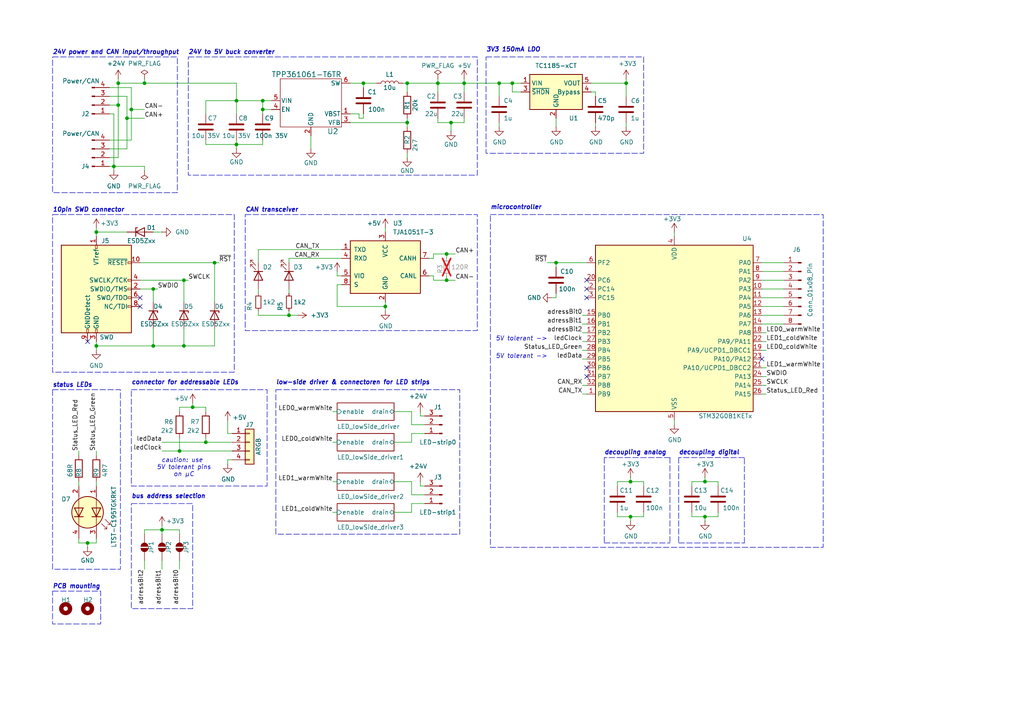
<source format=kicad_sch>
(kicad_sch (version 20231120) (generator "eeschema") (generator_version "8.0")
  (paper "A4")
  (junction (at 204.47 149.86))
  (junction (at 34.29 30.48))
  (junction (at 44.45 100.33))
  (junction (at 182.88 139.7))
  (junction (at 46.99 153.67))
  (junction (at 204.47 139.7))
  (junction (at 38.1 31.75))
  (junction (at 53.34 100.33))
  (junction (at 36.83 34.29))
  (junction (at 41.91 24.13))
  (junction (at 129.54 81.28))
  (junction (at 59.69 128.27))
  (junction (at 83.82 91.44))
  (junction (at 44.45 83.82))
  (junction (at 144.78 24.13))
  (junction (at 111.76 88.9))
  (junction (at 25.4 157.48))
  (junction (at 129.54 73.66))
  (junction (at 62.23 76.2))
  (junction (at 182.88 149.86))
  (junction (at 130.81 35.56))
  (junction (at 118.11 24.13))
  (junction (at 148.59 24.13))
  (junction (at 181.61 24.13))
  (junction (at 34.29 24.13))
  (junction (at 76.2 31.75))
  (junction (at 127 24.13))
  (junction (at 134.62 24.13))
  (junction (at 68.58 41.91))
  (junction (at 161.29 76.2))
  (junction (at 118.11 35.56))
  (junction (at 105.41 24.13))
  (junction (at 33.02 48.26))
  (junction (at 68.58 29.21))
  (junction (at 27.94 67.31))
  (junction (at 27.94 100.33))
  (junction (at 52.07 130.81))
  (junction (at 53.34 81.28))
  (junction (at 76.2 29.21))
  (junction (at 55.88 118.11))
  (no_connect (at 170.18 83.82))
  (no_connect (at 40.64 86.36))
  (no_connect (at 170.18 86.36))
  (no_connect (at 170.18 109.22))
  (no_connect (at 170.18 106.68))
  (no_connect (at 25.4 99.06))
  (no_connect (at 220.98 104.14))
  (no_connect (at 40.64 88.9))
  (no_connect (at 170.18 81.28))
  (wire (pts (xy 208.28 149.86) (xy 204.47 149.86)))
  (wire (pts (xy 220.98 109.22) (xy 222.25 109.22)))
  (wire (pts (xy 121.92 119.38) (xy 121.92 120.65)))
  (wire (pts (xy 161.29 77.47) (xy 161.29 76.2)))
  (wire (pts (xy 168.91 104.14) (xy 170.18 104.14)))
  (wire (pts (xy 220.98 76.2) (xy 227.33 76.2)))
  (wire (pts (xy 96.52 148.59) (xy 97.79 148.59)))
  (wire (pts (xy 74.93 90.17) (xy 74.93 91.44)))
  (wire (pts (xy 134.62 34.29) (xy 134.62 35.56)))
  (wire (pts (xy 59.69 128.27) (xy 67.31 128.27)))
  (wire (pts (xy 220.98 106.68) (xy 222.25 106.68)))
  (polyline (pts (xy 215.9 157.48) (xy 215.9 132.715)) (stroke (width 0) (type dash)))
  (wire (pts (xy 31.75 27.94) (xy 36.83 27.94)))
  (polyline (pts (xy 194.31 132.715) (xy 194.31 157.48)) (stroke (width 0) (type dash)))
  (wire (pts (xy 76.2 41.91) (xy 76.2 40.64)))
  (wire (pts (xy 220.98 88.9) (xy 227.33 88.9)))
  (wire (pts (xy 182.88 149.86) (xy 186.69 149.86)))
  (wire (pts (xy 83.82 83.82) (xy 83.82 85.09)))
  (wire (pts (xy 27.94 66.04) (xy 27.94 67.31)))
  (wire (pts (xy 36.83 34.29) (xy 41.91 34.29)))
  (wire (pts (xy 83.82 74.93) (xy 99.06 74.93)))
  (wire (pts (xy 168.91 96.52) (xy 170.18 96.52)))
  (wire (pts (xy 97.79 88.9) (xy 97.79 82.55)))
  (wire (pts (xy 33.02 33.02) (xy 31.75 33.02)))
  (wire (pts (xy 44.45 83.82) (xy 44.45 87.63)))
  (wire (pts (xy 172.72 26.67) (xy 171.45 26.67)))
  (wire (pts (xy 59.69 128.27) (xy 46.99 128.27)))
  (wire (pts (xy 46.99 162.56) (xy 46.99 165.1)))
  (wire (pts (xy 66.04 125.73) (xy 67.31 125.73)))
  (wire (pts (xy 134.62 24.13) (xy 134.62 26.67)))
  (wire (pts (xy 182.88 149.86) (xy 182.88 151.13)))
  (wire (pts (xy 33.02 48.26) (xy 33.02 49.53)))
  (wire (pts (xy 27.94 130.81) (xy 27.94 132.08)))
  (wire (pts (xy 52.07 118.11) (xy 52.07 119.38)))
  (wire (pts (xy 62.23 100.33) (xy 62.23 95.25)))
  (wire (pts (xy 68.58 24.13) (xy 68.58 29.21)))
  (wire (pts (xy 31.75 48.26) (xy 33.02 48.26)))
  (wire (pts (xy 119.38 128.27) (xy 119.38 125.73)))
  (wire (pts (xy 161.29 85.09) (xy 161.29 86.36)))
  (wire (pts (xy 121.92 120.65) (xy 123.19 120.65)))
  (wire (pts (xy 204.47 149.86) (xy 204.47 151.13)))
  (wire (pts (xy 182.88 139.7) (xy 186.69 139.7)))
  (wire (pts (xy 129.54 73.66) (xy 132.08 73.66)))
  (wire (pts (xy 114.3 119.38) (xy 119.38 119.38)))
  (wire (pts (xy 220.98 114.3) (xy 222.25 114.3)))
  (wire (pts (xy 27.94 99.06) (xy 27.94 100.33)))
  (wire (pts (xy 114.3 148.59) (xy 119.38 148.59)))
  (wire (pts (xy 111.76 88.9) (xy 111.76 90.17)))
  (wire (pts (xy 104.14 33.02) (xy 101.6 33.02)))
  (wire (pts (xy 68.58 40.64) (xy 68.58 41.91)))
  (wire (pts (xy 44.45 100.33) (xy 53.34 100.33)))
  (wire (pts (xy 148.59 24.13) (xy 148.59 26.67)))
  (wire (pts (xy 59.69 119.38) (xy 59.69 118.11)))
  (wire (pts (xy 74.93 72.39) (xy 74.93 76.2)))
  (wire (pts (xy 124.46 80.01) (xy 125.73 80.01)))
  (wire (pts (xy 220.98 99.06) (xy 222.25 99.06)))
  (wire (pts (xy 53.34 95.25) (xy 53.34 100.33)))
  (wire (pts (xy 179.07 139.7) (xy 179.07 140.97)))
  (wire (pts (xy 52.07 127) (xy 52.07 130.81)))
  (wire (pts (xy 172.72 27.94) (xy 172.72 26.67)))
  (wire (pts (xy 200.66 149.86) (xy 204.47 149.86)))
  (wire (pts (xy 76.2 33.02) (xy 76.2 31.75)))
  (wire (pts (xy 220.98 81.28) (xy 227.33 81.28)))
  (wire (pts (xy 179.07 139.7) (xy 182.88 139.7)))
  (wire (pts (xy 31.75 43.18) (xy 36.83 43.18)))
  (wire (pts (xy 200.66 140.97) (xy 200.66 139.7)))
  (wire (pts (xy 46.99 153.67) (xy 52.07 153.67)))
  (wire (pts (xy 34.29 45.72) (xy 34.29 30.48)))
  (wire (pts (xy 68.58 29.21) (xy 59.69 29.21)))
  (wire (pts (xy 182.88 139.7) (xy 182.88 138.43)))
  (wire (pts (xy 27.94 100.33) (xy 44.45 100.33)))
  (wire (pts (xy 22.86 156.21) (xy 22.86 157.48)))
  (wire (pts (xy 90.17 39.37) (xy 90.17 43.18)))
  (wire (pts (xy 160.02 86.36) (xy 161.29 86.36)))
  (polyline (pts (xy 196.85 132.715) (xy 196.85 157.48)) (stroke (width 0) (type dash)))
  (wire (pts (xy 111.76 66.04) (xy 111.76 67.31)))
  (wire (pts (xy 204.47 139.7) (xy 208.28 139.7)))
  (wire (pts (xy 52.07 130.81) (xy 67.31 130.81)))
  (wire (pts (xy 68.58 41.91) (xy 76.2 41.91)))
  (wire (pts (xy 208.28 140.97) (xy 208.28 139.7)))
  (wire (pts (xy 34.29 30.48) (xy 31.75 30.48)))
  (wire (pts (xy 34.29 22.86) (xy 34.29 24.13)))
  (wire (pts (xy 130.81 35.56) (xy 127 35.56)))
  (wire (pts (xy 220.98 96.52) (xy 222.25 96.52)))
  (wire (pts (xy 181.61 24.13) (xy 181.61 22.86)))
  (wire (pts (xy 27.94 139.7) (xy 27.94 140.97)))
  (wire (pts (xy 36.83 67.31) (xy 27.94 67.31)))
  (wire (pts (xy 119.38 146.05) (xy 123.19 146.05)))
  (wire (pts (xy 52.07 153.67) (xy 52.07 154.94)))
  (wire (pts (xy 76.2 31.75) (xy 78.74 31.75)))
  (wire (pts (xy 36.83 27.94) (xy 36.83 34.29)))
  (wire (pts (xy 68.58 41.91) (xy 68.58 43.18)))
  (wire (pts (xy 181.61 27.94) (xy 181.61 24.13)))
  (wire (pts (xy 208.28 148.59) (xy 208.28 149.86)))
  (wire (pts (xy 55.88 116.84) (xy 55.88 118.11)))
  (wire (pts (xy 144.78 24.13) (xy 144.78 27.94)))
  (wire (pts (xy 31.75 40.64) (xy 38.1 40.64)))
  (wire (pts (xy 38.1 25.4) (xy 38.1 31.75)))
  (wire (pts (xy 53.34 100.33) (xy 62.23 100.33)))
  (wire (pts (xy 74.93 83.82) (xy 74.93 85.09)))
  (wire (pts (xy 118.11 34.29) (xy 118.11 35.56)))
  (wire (pts (xy 34.29 24.13) (xy 41.91 24.13)))
  (wire (pts (xy 119.38 143.51) (xy 123.19 143.51)))
  (wire (pts (xy 220.98 78.74) (xy 227.33 78.74)))
  (wire (pts (xy 52.07 130.81) (xy 46.99 130.81)))
  (wire (pts (xy 22.86 139.7) (xy 22.86 140.97)))
  (wire (pts (xy 179.07 149.86) (xy 182.88 149.86)))
  (wire (pts (xy 220.98 83.82) (xy 227.33 83.82)))
  (wire (pts (xy 53.34 81.28) (xy 54.61 81.28)))
  (wire (pts (xy 127 22.86) (xy 127 24.13)))
  (wire (pts (xy 97.79 82.55) (xy 99.06 82.55)))
  (wire (pts (xy 127 35.56) (xy 127 34.29)))
  (wire (pts (xy 74.93 91.44) (xy 83.82 91.44)))
  (wire (pts (xy 129.54 81.28) (xy 132.08 81.28)))
  (wire (pts (xy 119.38 139.7) (xy 119.38 143.51)))
  (wire (pts (xy 118.11 24.13) (xy 118.11 26.67)))
  (wire (pts (xy 161.29 34.29) (xy 161.29 36.83)))
  (wire (pts (xy 27.94 100.33) (xy 27.94 101.6)))
  (wire (pts (xy 44.45 100.33) (xy 44.45 95.25)))
  (wire (pts (xy 125.73 74.93) (xy 125.73 73.66)))
  (wire (pts (xy 127 24.13) (xy 127 26.67)))
  (wire (pts (xy 105.41 34.29) (xy 104.14 34.29)))
  (wire (pts (xy 151.13 26.67) (xy 148.59 26.67)))
  (wire (pts (xy 134.62 22.86) (xy 134.62 24.13)))
  (polyline (pts (xy 194.31 132.715) (xy 175.26 132.715)) (stroke (width 0) (type dash)))
  (wire (pts (xy 125.73 73.66) (xy 129.54 73.66)))
  (wire (pts (xy 99.06 80.01) (xy 97.79 80.01)))
  (wire (pts (xy 220.98 86.36) (xy 227.33 86.36)))
  (polyline (pts (xy 196.85 157.48) (xy 215.9 157.48)) (stroke (width 0) (type dash)))
  (wire (pts (xy 76.2 29.21) (xy 76.2 31.75)))
  (wire (pts (xy 129.54 73.66) (xy 129.54 74.93)))
  (wire (pts (xy 168.91 93.98) (xy 170.18 93.98)))
  (wire (pts (xy 52.07 162.56) (xy 52.07 165.1)))
  (wire (pts (xy 41.91 162.56) (xy 41.91 165.1)))
  (wire (pts (xy 220.98 93.98) (xy 227.33 93.98)))
  (wire (pts (xy 161.29 76.2) (xy 170.18 76.2)))
  (wire (pts (xy 186.69 149.86) (xy 186.69 148.59)))
  (wire (pts (xy 121.92 139.7) (xy 121.92 140.97)))
  (wire (pts (xy 200.66 149.86) (xy 200.66 148.59)))
  (wire (pts (xy 96.52 139.7) (xy 97.79 139.7)))
  (wire (pts (xy 83.82 90.17) (xy 83.82 91.44)))
  (wire (pts (xy 101.6 35.56) (xy 118.11 35.56)))
  (wire (pts (xy 40.64 76.2) (xy 62.23 76.2)))
  (wire (pts (xy 66.04 133.35) (xy 66.04 134.62)))
  (wire (pts (xy 41.91 154.94) (xy 41.91 153.67)))
  (wire (pts (xy 31.75 45.72) (xy 34.29 45.72)))
  (wire (pts (xy 114.3 139.7) (xy 119.38 139.7)))
  (wire (pts (xy 33.02 33.02) (xy 33.02 48.26)))
  (wire (pts (xy 68.58 29.21) (xy 76.2 29.21)))
  (polyline (pts (xy 175.26 132.715) (xy 175.26 157.48)) (stroke (width 0) (type dash)))
  (wire (pts (xy 168.91 101.6) (xy 170.18 101.6)))
  (wire (pts (xy 111.76 88.9) (xy 97.79 88.9)))
  (wire (pts (xy 125.73 81.28) (xy 129.54 81.28)))
  (wire (pts (xy 97.79 78.74) (xy 97.79 80.01)))
  (wire (pts (xy 41.91 48.26) (xy 41.91 49.53)))
  (wire (pts (xy 168.91 114.3) (xy 170.18 114.3)))
  (wire (pts (xy 40.64 83.82) (xy 44.45 83.82)))
  (wire (pts (xy 105.41 24.13) (xy 109.22 24.13)))
  (wire (pts (xy 62.23 76.2) (xy 62.23 87.63)))
  (wire (pts (xy 46.99 152.4) (xy 46.99 153.67)))
  (wire (pts (xy 96.52 128.27) (xy 97.79 128.27)))
  (wire (pts (xy 66.04 133.35) (xy 67.31 133.35)))
  (wire (pts (xy 168.91 111.76) (xy 170.18 111.76)))
  (wire (pts (xy 105.41 33.02) (xy 105.41 34.29)))
  (wire (pts (xy 105.41 24.13) (xy 105.41 25.4)))
  (wire (pts (xy 34.29 24.13) (xy 34.29 30.48)))
  (wire (pts (xy 25.4 157.48) (xy 27.94 157.48)))
  (wire (pts (xy 220.98 111.76) (xy 222.25 111.76)))
  (wire (pts (xy 134.62 24.13) (xy 144.78 24.13)))
  (wire (pts (xy 59.69 29.21) (xy 59.69 33.02)))
  (wire (pts (xy 44.45 83.82) (xy 45.72 83.82)))
  (wire (pts (xy 220.98 91.44) (xy 227.33 91.44)))
  (wire (pts (xy 114.3 128.27) (xy 119.38 128.27)))
  (wire (pts (xy 186.69 139.7) (xy 186.69 140.97)))
  (wire (pts (xy 168.91 99.06) (xy 170.18 99.06)))
  (wire (pts (xy 96.52 119.38) (xy 97.79 119.38)))
  (wire (pts (xy 76.2 29.21) (xy 78.74 29.21)))
  (wire (pts (xy 123.19 140.97) (xy 121.92 140.97)))
  (wire (pts (xy 119.38 119.38) (xy 119.38 123.19)))
  (wire (pts (xy 55.88 118.11) (xy 52.07 118.11)))
  (wire (pts (xy 59.69 41.91) (xy 59.69 40.64)))
  (wire (pts (xy 62.23 76.2) (xy 63.5 76.2)))
  (wire (pts (xy 101.6 24.13) (xy 105.41 24.13)))
  (wire (pts (xy 118.11 45.72) (xy 118.11 44.45)))
  (wire (pts (xy 111.76 87.63) (xy 111.76 88.9)))
  (wire (pts (xy 118.11 35.56) (xy 118.11 36.83)))
  (wire (pts (xy 118.11 24.13) (xy 127 24.13)))
  (wire (pts (xy 22.86 157.48) (xy 25.4 157.48)))
  (wire (pts (xy 130.81 38.1) (xy 130.81 35.56)))
  (wire (pts (xy 119.38 148.59) (xy 119.38 146.05)))
  (wire (pts (xy 83.82 76.2) (xy 83.82 74.93)))
  (polyline (pts (xy 175.26 157.48) (xy 194.31 157.48)) (stroke (width 0) (type dash)))
  (wire (pts (xy 129.54 80.01) (xy 129.54 81.28)))
  (wire (pts (xy 36.83 43.18) (xy 36.83 34.29)))
  (wire (pts (xy 127 24.13) (xy 134.62 24.13)))
  (wire (pts (xy 40.64 81.28) (xy 53.34 81.28)))
  (wire (pts (xy 200.66 139.7) (xy 204.47 139.7)))
  (wire (pts (xy 41.91 24.13) (xy 68.58 24.13)))
  (wire (pts (xy 125.73 80.01) (xy 125.73 81.28)))
  (wire (pts (xy 168.91 91.44) (xy 170.18 91.44)))
  (wire (pts (xy 46.99 67.31) (xy 44.45 67.31)))
  (wire (pts (xy 41.91 153.67) (xy 46.99 153.67)))
  (wire (pts (xy 116.84 24.13) (xy 118.11 24.13)))
  (wire (pts (xy 53.34 81.28) (xy 53.34 87.63)))
  (wire (pts (xy 148.59 24.13) (xy 151.13 24.13)))
  (wire (pts (xy 172.72 35.56) (xy 172.72 36.83)))
  (wire (pts (xy 68.58 29.21) (xy 68.58 33.02)))
  (wire (pts (xy 38.1 31.75) (xy 41.91 31.75)))
  (wire (pts (xy 83.82 91.44) (xy 86.36 91.44)))
  (wire (pts (xy 104.14 34.29) (xy 104.14 33.02)))
  (wire (pts (xy 144.78 24.13) (xy 148.59 24.13)))
  (wire (pts (xy 74.93 72.39) (xy 99.06 72.39)))
  (wire (pts (xy 55.88 118.11) (xy 59.69 118.11)))
  (wire (pts (xy 144.78 36.83) (xy 144.78 35.56)))
  (wire (pts (xy 59.69 127) (xy 59.69 128.27)))
  (wire (pts (xy 171.45 24.13) (xy 181.61 24.13)))
  (wire (pts (xy 66.04 121.92) (xy 66.04 125.73)))
  (wire (pts (xy 119.38 123.19) (xy 123.19 123.19)))
  (wire (pts (xy 158.75 76.2) (xy 161.29 76.2)))
  (wire (pts (xy 33.02 48.26) (xy 41.91 48.26)))
  (wire (pts (xy 134.62 35.56) (xy 130.81 35.56)))
  (wire (pts (xy 220.98 101.6) (xy 222.25 101.6)))
  (wire (pts (xy 195.58 121.92) (xy 195.58 123.19)))
  (wire (pts (xy 25.4 157.48) (xy 25.4 158.75)))
  (wire (pts (xy 124.46 74.93) (xy 125.73 74.93)))
  (wire (pts (xy 59.69 41.91) (xy 68.58 41.91)))
  (wire (pts (xy 22.86 130.81) (xy 22.86 132.08)))
  (wire (pts (xy 179.07 149.86) (xy 179.07 148.59)))
  (wire (pts (xy 204.47 138.43) (xy 204.47 139.7)))
  (wire (pts (xy 41.91 22.86) (xy 41.91 24.13)))
  (wire (pts (xy 31.75 25.4) (xy 38.1 25.4)))
  (wire (pts (xy 181.61 36.83) (xy 181.61 35.56)))
  (polyline (pts (xy 215.9 132.715) (xy 196.85 132.715)) (stroke (width 0) (type dash)))
  (wire (pts (xy 38.1 31.75) (xy 38.1 40.64)))
  (wire (pts (xy 46.99 153.67) (xy 46.99 154.94)))
  (wire (pts (xy 195.58 67.31) (xy 195.58 68.58)))
  (wire (pts (xy 27.94 67.31) (xy 27.94 68.58)))
  (wire (pts (xy 119.38 125.73) (xy 123.19 125.73)))
  (wire (pts (xy 27.94 156.21) (xy 27.94 157.48)))
  (rectangle (start 38.1 113.03) (end 77.47 140.97) (stroke (width 0) (type dash)))
  (rectangle (start 15.24 171.45) (end 29.21 180.975) (stroke (width 0) (type dash)))
  (rectangle (start 15.24 16.51) (end 51.435 55.88) (stroke (width 0) (type dash)))
  (rectangle (start 38.1 146.05) (end 55.88 176.53) (stroke (width 0) (type dash)))
  (rectangle (start 71.12 62.23) (end 138.43 95.885) (stroke (width 0) (type dash)))
  (rectangle (start 142.24 62.23) (end 238.76 158.75) (stroke (width 0) (type dash)))
  (rectangle (start 15.24 62.23) (end 67.945 107.95) (stroke (width 0) (type dash)))
  (rectangle (start 54.61 16.51) (end 138.43 50.8) (stroke (width 0) (type dash)))
  (rectangle (start 80.01 113.03) (end 133.35 154.94) (stroke (width 0) (type dash)))
  (rectangle (start 15.24 113.03) (end 34.925 165.1) (stroke (width 0) (type dash)))
  (rectangle (start 140.97 16.51) (end 186.69 44.45) (stroke (width 0) (type dash)))
  (text "decoupling analog" (at 175.26 132.08 0) (effects (font (size 1.27 1.27) (thickness 0.254) (bold yes) (italic yes)) (justify left bottom)))
  (text "3V3 150mA LDO" (at 140.97 15.24 0) (effects (font (size 1.27 1.27) (thickness 0.254) (bold yes) (italic yes)) (justify left bottom)))
  (text "24V power and CAN input/throughput" (at 15.24 15.24 0) (effects (font (size 1.27 1.27) (thickness 0.254) (bold yes) (italic yes)) (justify left)))
  (text "microcontroller" (at 142.24 60.96 0) (effects (font (size 1.27 1.27) (thickness 0.254) (bold yes) (italic yes)) (justify left bottom)))
  (text "CAN transceiver" (at 71.12 60.96 0) (effects (font (size 1.27 1.27) (thickness 0.254) (bold yes) (italic yes)) (justify left)))
  (text "PCB mounting" (at 15.24 170.18 0) (effects (font (size 1.27 1.27) (thickness 0.254) (bold yes) (italic yes)) (justify left)))
  (text "5V tolerant ->" (at 158.75 99.06 0) (effects (font (size 1.27 1.27) (italic yes)) (justify right bottom)))
  (text "low-side driver & connectoren for LED strips" (at 80.01 111.76 0) (effects (font (size 1.27 1.27) (thickness 0.254) (bold yes) (italic yes)) (justify left bottom)))
  (text "connector for addressable LEDs" (at 38.1 111.76 0) (effects (font (size 1.27 1.27) (thickness 0.254) (bold yes) (italic yes)) (justify left bottom)))
  (text "status LEDs" (at 15.24 111.76 0) (effects (font (size 1.27 1.27) (thickness 0.254) (bold yes) (italic yes)) (justify left)))
  (text "bus address selection" (at 38.1 144.78 0) (effects (font (size 1.27 1.27) (thickness 0.254) (bold yes) (italic yes)) (justify left bottom)))
  (text "24V to 5V buck converter" (at 54.61 15.24 0) (effects (font (size 1.27 1.27) (thickness 0.254) (bold yes) (italic yes)) (justify left)))
  (text "5V tolerant ->" (at 158.75 104.14 0) (effects (font (size 1.27 1.27) (italic yes)) (justify right bottom)))
  (text "caution: use \n5V tolerant pins\non µC" (at 53.34 138.43 0) (effects (font (size 1.27 1.27) (italic yes)) (justify bottom)))
  (text "10pin SWD connector" (at 15.24 60.96 0) (effects (font (size 1.27 1.27) (thickness 0.254) (bold yes) (italic yes)) (justify left)))
  (text "decoupling digital" (at 196.85 132.08 0) (effects (font (size 1.27 1.27) (thickness 0.254) (bold yes) (italic yes)) (justify left bottom)))
  (label "LED1_warmWhite" (at 222.25 106.68 0))
  (label "Status_LED_Green" (at 168.91 101.6 180))
  (label "CAN_RX" (at 168.91 111.76 180))
  (label "ledData" (at 46.99 128.27 180))
  (label "CAN+" (at 132.08 73.66 0))
  (label "adressBit1" (at 46.99 165.1 270))
  (label "LED0_coldWhite" (at 96.52 128.27 180))
  (label "adressBit0" (at 52.07 165.1 270))
  (label "SWDIO" (at 45.72 83.82 0))
  (label "Status_LED_Red" (at 22.86 130.81 90))
  (label "adressBit1" (at 168.91 93.98 180))
  (label "LED1_coldWhite" (at 96.52 148.59 180))
  (label "SWCLK" (at 222.25 111.76 0))
  (label "CAN+" (at 41.91 34.29 0))
  (label "LED0_warmWhite" (at 96.52 119.38 180))
  (label "SWDIO" (at 222.25 109.22 0))
  (label "LED0_warmWhite" (at 222.25 96.52 0))
  (label "LED0_coldWhite" (at 222.25 101.6 0))
  (label "adressBit2" (at 168.91 96.52 180))
  (label "CAN_TX" (at 92.71 72.39 180))
  (label "Status_LED_Green" (at 27.94 130.81 90))
  (label "~{RST}" (at 158.75 76.2 180))
  (label "~{RST}" (at 63.5 76.2 0))
  (label "CAN_TX" (at 168.91 114.3 180))
  (label "CAN-" (at 41.91 31.75 0))
  (label "adressBit0" (at 168.91 91.44 180))
  (label "ledData" (at 168.91 104.14 180))
  (label "CAN_RX" (at 92.71 74.93 180))
  (label "CAN-" (at 132.08 81.28 0))
  (label "ledClock" (at 46.99 130.81 180))
  (label "adressBit2" (at 41.91 165.1 270))
  (label "SWCLK" (at 54.61 81.28 0))
  (label "Status_LED_Red" (at 222.25 114.3 0))
  (label "LED1_warmWhite" (at 96.52 139.7 180))
  (label "LED1_coldWhite" (at 222.25 99.06 0))
  (label "ledClock" (at 168.91 99.06 180))
  (symbol (lib_id "Diode:ESD5Zxx") (at 44.45 91.44 270) (unit 1)
    (property "Reference" "D4" (at 44.45 88.9 90) (effects (justify left)))
    (property "Value" "ESD5Zxx" (at 40.64 93.98 90) (effects (justify left)))
    (property "Footprint" "Diode_SMD:D_SOD-523" (effects (hide yes)))
    (property "Datasheet" "https://www.onsemi.com/pdf/datasheet/esd5z2.5t1-d.pdf" (effects (hide yes)))
    (property "Description" "ESD Protection Diode, SOD-523" (effects (hide yes)))
  )
  (symbol (lib_id "power:GND") (at 118.11 45.72 0) (unit 1)
    (property "Reference" "#PWR011" (effects (hide yes)))
    (property "Value" "GND" (at 118.11 49.53 0))
    (property "Description" "Power symbol creates a global label with name \"GND\" , ground" (effects (hide yes)))
  )
  (symbol (lib_id "Device:C") (at 200.66 144.78 180) (unit 1)
    (property "Reference" "C13" (at 203.2 142.24 0))
    (property "Value" "10u" (at 203.2 147.32 0))
    (property "Footprint" "Capacitor_SMD:C_0603_1608Metric_Pad1.08x0.95mm_HandSolder" (effects (hide yes)))
  )
  (symbol (lib_id "power:+3V3") (at 27.94 66.04 0) (unit 1)
    (property "Reference" "#PWR014" (effects (hide yes)))
    (property "Value" "+3V3" (at 31.75 64.77 0))
    (property "Description" "Power symbol creates a global label with name \"+3V3\"" (effects (hide yes)))
  )
  (symbol (lib_id "Device:C") (at 76.2 36.83 180) (unit 1)
    (property "Reference" "C9" (at 78.105 34.29 0))
    (property "Value" "100n 35V" (at 78.74 39.37 0))
    (property "Footprint" "Capacitor_SMD:C_0603_1608Metric_Pad1.08x0.95mm_HandSolder" (effects (hide yes)))
    (property "Description" "Unpolarized capacitor" (effects (hide yes)))
  )
  (symbol (lib_id "power:GND") (at 111.76 90.17 0) (unit 1)
    (property "Reference" "#PWR020" (effects (hide yes)))
    (property "Value" "GND" (at 111.887 94.5642 0))
  )
  (symbol (lib_id "Connector:Conn_01x03_Pin") (at 128.27 123.19 180) (unit 1)
    (property "Reference" "J1" (at 127 118.11 0))
    (property "Value" "LED-strip0" (at 127 128.27 0))
    (property "Footprint" "Connector_Molex:Molex_PicoBlade_53047-0310_1x03_P1.25mm_Vertical" (effects (hide yes)))
    (property "Description" "Generic connector, single row, 01x03, script generated" (effects (hide yes)))
  )
  (symbol (lib_id "Device:LED_Dual_AAKK") (at 25.4 148.59 270) (unit 1)
    (property "Reference" "D7" (at 17.78 144.78 90) (effects (justify left)))
    (property "Value" "LTST-C195TGKRKT" (at 33.02 140.97 0) (effects (justify left)))
    (property "Footprint" "extraFootprints:LED_LiteOn_LTST-C195TGKRKT" (effects (hide yes)))
    (property "Datasheet" "https://optoelectronics.liteon.com/upload/download/DS22-2011-0290/LTST-C195TGKRKT.pdf" (effects (hide yes)))
    (property "Description" "Dual LED, cathodes on pins 3 and 4" (effects (hide yes)))
  )
  (symbol (lib_id "power:+3.3V") (at 181.61 22.86 0) (unit 1)
    (property "Reference" "#PWR03" (effects (hide yes)))
    (property "Value" "+3V3" (at 181.991 18.4658 0))
    (property "Description" "Power symbol creates a global label with name \"+3.3V\"" (effects (hide yes)))
  )
  (symbol (lib_id "power:GND") (at 161.29 36.83 0) (unit 1)
    (property "Reference" "#PWR05" (effects (hide yes)))
    (property "Value" "GND" (at 161.417 41.2242 0))
    (property "Description" "Power symbol creates a global label with name \"GND\" , ground" (effects (hide yes)))
  )
  (symbol (lib_id "Device:C") (at 105.41 29.21 180) (unit 1)
    (property "Reference" "C1" (at 107.95 26.67 0))
    (property "Value" "100n" (at 109.22 31.75 0))
    (property "Footprint" "Capacitor_SMD:C_0603_1608Metric_Pad1.08x0.95mm_HandSolder" (effects (hide yes)))
    (property "Description" "Unpolarized capacitor" (effects (hide yes)))
  )
  (symbol (lib_id "power:GND") (at 181.61 36.83 0) (unit 1)
    (property "Reference" "#PWR07" (effects (hide yes)))
    (property "Value" "GND" (at 181.737 41.2242 0))
    (property "Description" "Power symbol creates a global label with name \"GND\" , ground" (effects (hide yes)))
  )
  (symbol (lib_id "Connector_Generic:Conn_01x04") (at 72.39 128.27 0) (unit 1)
    (property "Reference" "J7" (at 72.39 123.19 0))
    (property "Value" "ARGB" (at 74.93 129.54 90))
    (property "Footprint" "Connector_Molex:Molex_PicoBlade_53047-0410_1x04_P1.25mm_Vertical" (effects (hide yes)))
    (property "Description" "Generic connector, single row, 01x04, script generated (kicad-library-utils/schlib/autogen/connector/)" (effects (hide yes)))
  )
  (symbol (lib_id "power:PWR_FLAG") (at 41.91 49.53 180) (unit 1)
    (property "Reference" "#FLG03" (effects (hide yes)))
    (property "Value" "PWR_FLAG" (at 41.91 53.975 0))
    (property "Description" "Special symbol for telling ERC where power comes from" (effects (hide yes)))
  )
  (symbol (lib_id "power:PWR_FLAG") (at 127 22.86 0) (unit 1)
    (property "Reference" "#FLG02" (effects (hide yes)))
    (property "Value" "PWR_FLAG" (at 127 19.05 0))
    (property "Description" "Special symbol for telling ERC where power comes from" (effects (hide yes)))
  )
  (symbol (lib_id "power:+3V3") (at 204.47 138.43 0) (unit 1)
    (property "Reference" "#PWR028" (effects (hide yes)))
    (property "Value" "+3V3" (at 204.47 134.62 0))
  )
  (symbol (lib_id "Connector:Conn_ARM_JTAG_SWD_10") (at 27.94 83.82 0) (unit 1)
    (property "Reference" "J5" (at 31.75 69.85 0) (effects (justify right)))
    (property "Value" "SWD" (at 33.02 97.79 0) (effects (justify right)))
    (property "Footprint" "Connector_PinHeader_1.27mm:PinHeader_2x05_P1.27mm_Vertical_SMD" (effects (hide yes)))
    (property "Datasheet" "http://infocenter.arm.com/help/topic/com.arm.doc.ddi0314h/DDI0314H_coresight_components_trm.pdf" (effects (hide yes)))
    (property "Description" "Cortex Debug Connector, standard ARM Cortex-M SWD and JTAG interface" (effects (hide yes)))
  )
  (symbol (lib_id "power:+24V") (at 121.92 139.7 0) (unit 1)
    (property "Reference" "#PWR037" (effects (hide yes)))
    (property "Value" "+24V" (at 121.285 135.255 0))
    (property "Description" "Power symbol creates a global label with name \"+24V\"" (effects (hide yes)))
  )
  (symbol (lib_id "power:+3V3") (at 182.88 138.43 0) (unit 1)
    (property "Reference" "#PWR027" (effects (hide yes)))
    (property "Value" "+3V3" (at 182.88 134.62 0))
  )
  (symbol (lib_id "Device:R") (at 118.11 40.64 180) (unit 1)
    (property "Reference" "R2" (at 118.11 41.91 90) (effects (justify right)))
    (property "Value" "2k7" (at 120.396 43.942 90) (effects (justify right)))
    (property "Footprint" "Resistor_SMD:R_0603_1608Metric_Pad0.98x0.95mm_HandSolder" (effects (hide yes)))
    (property "Description" "Resistor" (effects (hide yes)))
  )
  (symbol (lib_id "Jumper:SolderJumper_2_Open") (at 52.07 158.75 270) (unit 1) (exclude_from_sim yes) (in_bom no)
    (property "Reference" "JP3" (at 53.975 158.75 0))
    (property "Value" "SolderJumper_2_Open" (effects (hide yes)))
    (property "Footprint" "Jumper:SolderJumper-2_P1.3mm_Open_TrianglePad1.0x1.5mm" (effects (hide yes)))
    (property "Description" "Solder Jumper, 2-pole, open" (effects (hide yes)))
  )
  (symbol (lib_id "Device:C") (at 134.62 30.48 180) (unit 1)
    (property "Reference" "C3" (at 132.715 27.94 0))
    (property "Value" "22u" (at 132.715 33.02 0))
    (property "Footprint" "Capacitor_SMD:C_0603_1608Metric_Pad1.08x0.95mm_HandSolder" (effects (hide yes)))
    (property "Description" "Unpolarized capacitor" (effects (hide yes)))
  )
  (symbol (lib_id "Diode:ESD5Zxx") (at 40.64 67.31 0) (unit 1)
    (property "Reference" "D1" (at 42.545 66.04 0) (effects (justify left)))
    (property "Value" "ESD5Zxx" (at 36.83 69.85 0) (effects (justify left)))
    (property "Footprint" "Diode_SMD:D_SOD-523" (effects (hide yes)))
    (property "Datasheet" "https://www.onsemi.com/pdf/datasheet/esd5z2.5t1-d.pdf" (effects (hide yes)))
    (property "Description" "ESD Protection Diode, SOD-523" (effects (hide yes)))
  )
  (symbol (lib_id "power:GND") (at 90.17 43.18 0) (unit 1)
    (property "Reference" "#PWR010" (effects (hide yes)))
    (property "Value" "GND" (at 90.17 47.244 0))
    (property "Description" "Power symbol creates a global label with name \"GND\" , ground" (effects (hide yes)))
  )
  (symbol (lib_id "power:+3V3") (at 86.36 91.44 270) (mirror x) (unit 1)
    (property "Reference" "#PWR021" (effects (hide yes)))
    (property "Value" "+3V3" (at 92.71 91.44 90))
    (property "Description" "Power symbol creates a global label with name \"+3V3\"" (effects (hide yes)))
  )
  (symbol (lib_id "power:+3V3") (at 195.58 67.31 0) (unit 1)
    (property "Reference" "#PWR017" (effects (hide yes)))
    (property "Value" "+3V3" (at 194.945 63.5 0))
    (property "Description" "Power symbol creates a global label with name \"+3V3\"" (effects (hide yes)))
  )
  (symbol (lib_id "power:PWR_FLAG") (at 41.91 22.86 0) (unit 1)
    (property "Reference" "#FLG01" (effects (hide yes)))
    (property "Value" "PWR_FLAG" (at 41.91 18.415 0))
    (property "Description" "Special symbol for telling ERC where power comes from" (effects (hide yes)))
  )
  (symbol (lib_id "Device:R") (at 118.11 30.48 0) (unit 1)
    (property "Reference" "R1" (at 118.11 30.48 90))
    (property "Value" "20k" (at 120.396 30.48 90))
    (property "Footprint" "Resistor_SMD:R_0603_1608Metric_Pad0.98x0.95mm_HandSolder" (effects (hide yes)))
    (property "Description" "Resistor" (effects (hide yes)))
  )
  (symbol (lib_id "Device:R_Small") (at 74.93 87.63 0) (unit 1)
    (property "Reference" "R4" (at 72.39 90.17 90) (effects (justify left)))
    (property "Value" "1k2" (at 76.2 87.63 0) (effects (justify left)))
    (property "Footprint" "Resistor_SMD:R_0603_1608Metric_Pad0.98x0.95mm_HandSolder" (effects (hide yes)))
    (property "Description" "Resistor, small symbol" (effects (hide yes)))
  )
  (symbol (lib_id "power:GND") (at 195.58 123.19 0) (unit 1)
    (property "Reference" "#PWR025" (effects (hide yes)))
    (property "Value" "GND" (at 195.707 127.5842 0))
  )
  (symbol (lib_id "Device:C") (at 179.07 144.78 0) (unit 1)
    (property "Reference" "C11" (at 179.705 142.24 0) (effects (justify left)))
    (property "Value" "1u" (at 179.705 147.32 0) (effects (justify left)))
    (property "Footprint" "Capacitor_SMD:C_0603_1608Metric_Pad1.08x0.95mm_HandSolder" (effects (hide yes)))
  )
  (symbol (lib_id "Device:C") (at 68.58 36.83 180) (unit 1)
    (property "Reference" "C8" (at 70.485 34.29 0))
    (property "Value" "10u 35V" (at 68.58 39.37 0))
    (property "Footprint" "Capacitor_SMD:C_0603_1608Metric_Pad1.08x0.95mm_HandSolder" (effects (hide yes)))
    (property "Description" "Unpolarized capacitor" (effects (hide yes)))
  )
  (symbol (lib_id "power:GND") (at 144.78 36.83 0) (unit 1)
    (property "Reference" "#PWR04" (effects (hide yes)))
    (property "Value" "GND" (at 144.907 41.2242 0))
    (property "Description" "Power symbol creates a global label with name \"GND\" , ground" (effects (hide yes)))
  )
  (symbol (lib_id "power:GND") (at 160.02 86.36 270) (mirror x) (unit 1)
    (property "Reference" "#PWR019" (effects (hide yes)))
    (property "Value" "GND" (at 154.94 86.36 90))
  )
  (symbol (lib_id "MCU_ST_STM32G0:STM32G0B1KETx") (at 195.58 96.52 0) (unit 1)
    (property "Reference" "U4" (at 215.265 69.215 0) (effects (justify left)))
    (property "Value" "STM32G0B1KETx" (at 202.565 120.65 0) (effects (justify left)))
    (property "Footprint" "Package_QFP:LQFP-32_7x7mm_P0.8mm" (effects (hide yes)))
    (property "Datasheet" "https://www.st.com/resource/en/datasheet/stm32g0b1ke.pdf" (effects (hide yes)))
    (property "Description" "STMicroelectronics Arm Cortex-M0+ MCU, 512KB flash, 144KB RAM, 64 MHz, 1.7-3.6V, 30 GPIO, LQFP32" (effects (hide yes)))
  )
  (symbol (lib_id "power:GND") (at 182.88 151.13 0) (unit 1)
    (property "Reference" "#PWR029" (effects (hide yes)))
    (property "Value" "GND" (at 183.007 155.5242 0))
  )
  (symbol (lib_id "Device:R_Small") (at 83.82 87.63 0) (unit 1)
    (property "Reference" "R5" (at 81.28 90.17 90) (effects (justify left)))
    (property "Value" "1k2" (at 85.09 87.63 0) (effects (justify left)))
    (property "Footprint" "Resistor_SMD:R_0603_1608Metric_Pad0.98x0.95mm_HandSolder" (effects (hide yes)))
    (property "Description" "Resistor, small symbol" (effects (hide yes)))
  )
  (symbol (lib_id "Mechanical:MountingHole") (at 25.4 176.53 0) (unit 1) (exclude_from_sim yes) (in_bom no)
    (property "Reference" "H2" (at 24.13 173.99 0) (effects (justify left)))
    (property "Value" "MountingHole" (effects (hide yes)))
    (property "Footprint" "MountingHole:MountingHole_3.2mm_M3_ISO14580" (effects (hide yes)))
    (property "Description" "Mounting Hole without connection" (effects (hide yes)))
  )
  (symbol (lib_id "Device:LED") (at 83.82 80.01 270) (unit 1)
    (property "Reference" "D3" (at 85.09 77.47 90) (effects (justify left)))
    (property "Value" "150060BS75000" (effects (hide yes)))
    (property "Footprint" "LED_SMD:LED_0603_1608Metric_Pad1.05x0.95mm_HandSolder" (effects (hide yes)))
    (property "Datasheet" "https://www.we-online.com/components/products/datasheet/150060BS75000.pdf" (effects (hide yes)))
    (property "Description" "Light emitting diode" (effects (hide yes)))
  )
  (symbol (lib_id "power:GND") (at 204.47 151.13 0) (unit 1)
    (property "Reference" "#PWR030" (effects (hide yes)))
    (property "Value" "GND" (at 204.597 155.5242 0))
  )
  (symbol (lib_id "Device:C") (at 59.69 36.83 180) (unit 1)
    (property "Reference" "C7" (at 61.595 34.29 0))
    (property "Value" "10u 35V" (at 59.69 39.37 0))
    (property "Footprint" "Capacitor_SMD:C_0603_1608Metric_Pad1.08x0.95mm_HandSolder" (effects (hide yes)))
    (property "Description" "Unpolarized capacitor" (effects (hide yes)))
  )
  (symbol (lib_id "Regulator_Linear:TC1185-xCT") (at 161.29 26.67 0) (unit 1)
    (property "Reference" "U1" (at 166.37 34.29 0))
    (property "Value" "TC1185-xCT" (at 161.29 19.05 0))
    (property "Footprint" "Package_TO_SOT_SMD:SOT-23-5" (effects (hide yes)))
    (property "Datasheet" "https://ww1.microchip.com/downloads/aemDocuments/documents/APID/ProductDocuments/DataSheets/21335e.pdf" (effects (hide yes)))
    (property "Description" "150 mA CMOS LDOs with Shutdown and Reference Bypass, SOT-23-5" (effects (hide yes)))
  )
  (symbol (lib_id "power:+5V") (at 134.62 22.86 0) (unit 1)
    (property "Reference" "#PWR02" (effects (hide yes)))
    (property "Value" "+5V" (at 134.62 19.05 0))
    (property "Description" "Power symbol creates a global label with name \"+5V\"" (effects (hide yes)))
  )
  (symbol (lib_id "Connector:Conn_01x03_Pin") (at 128.27 143.51 180) (unit 1)
    (property "Reference" "J3" (at 127 138.43 0))
    (property "Value" "LED-strip1" (at 127 148.59 0))
    (property "Footprint" "Connector_Molex:Molex_PicoBlade_53047-0310_1x03_P1.25mm_Vertical" (effects (hide yes)))
    (property "Description" "Generic connector, single row, 01x03, script generated" (effects (hide yes)))
  )
  (symbol (lib_id "power:GND") (at 33.02 49.53 0) (unit 1)
    (property "Reference" "#PWR013" (effects (hide yes)))
    (property "Value" "GND" (at 33.02 53.975 0))
    (property "Description" "Power symbol creates a global label with name \"GND\" , ground" (effects (hide yes)))
  )
  (symbol (lib_id "power:+5V") (at 111.76 66.04 0) (mirror y) (unit 1)
    (property "Reference" "#PWR015" (effects (hide yes)))
    (property "Value" "+5V" (at 110.49 64.77 0) (effects (justify left)))
  )
  (symbol (lib_id "power:GND") (at 130.81 38.1 0) (unit 1)
    (property "Reference" "#PWR08" (effects (hide yes)))
    (property "Value" "GND" (at 130.81 41.91 0))
    (property "Description" "Power symbol creates a global label with name \"GND\" , ground" (effects (hide yes)))
  )
  (symbol (lib_id "Device:L") (at 113.03 24.13 90) (unit 1)
    (property "Reference" "L1" (at 113.03 21.59 90))
    (property "Value" "10u" (at 113.03 25.4 90))
    (property "Footprint" "Inductor_SMD:L_1008_2520Metric_Pad1.43x2.20mm_HandSolder" (effects (hide yes)))
    (property "Description" "Inductor" (effects (hide yes)))
  )
  (symbol (lib_id "power:+5V") (at 55.88 116.84 0) (mirror y) (unit 1)
    (property "Reference" "#PWR023" (effects (hide yes)))
    (property "Value" "+5V" (at 54.61 115.57 0) (effects (justify left)))
  )
  (symbol (lib_id "power:+5V") (at 66.04 121.92 0) (unit 1)
    (property "Reference" "#PWR024" (effects (hide yes)))
    (property "Value" "+5V" (at 67.437 121.0838 0) (effects (justify left)))
  )
  (symbol (lib_id "Device:R") (at 52.07 123.19 0) (mirror y) (unit 1)
    (property "Reference" "R6" (at 50.292 122.3553 0) (effects (justify left)))
    (property "Value" "2k2" (at 50.292 124.8922 0) (effects (justify left)))
    (property "Footprint" "Resistor_SMD:R_0603_1608Metric_Pad0.98x0.95mm_HandSolder" (effects (hide yes)))
  )
  (symbol (lib_id "Device:R") (at 59.69 123.19 0) (mirror y) (unit 1)
    (property "Reference" "R7" (at 57.912 122.3553 0) (effects (justify left)))
    (property "Value" "2k2" (at 57.912 124.8922 0) (effects (justify left)))
    (property "Footprint" "Resistor_SMD:R_0603_1608Metric_Pad0.98x0.95mm_HandSolder" (effects (hide yes)))
  )
  (symbol (lib_id "Device:C") (at 161.29 81.28 0) (mirror y) (unit 1)
    (property "Reference" "C10" (at 166.37 78.74 0) (effects (justify left)))
    (property "Value" "100n" (at 167.005 83.82 0) (effects (justify left)))
    (property "Footprint" "Capacitor_SMD:C_0603_1608Metric_Pad1.08x0.95mm_HandSolder" (effects (hide yes)))
  )
  (symbol (lib_id "Device:R") (at 27.94 135.89 0) (unit 1)
    (property "Reference" "R9" (at 27.94 138.43 90) (effects (justify left)))
    (property "Value" "4R7" (at 30.48 138.43 90) (effects (justify left)))
    (property "Footprint" "Resistor_SMD:R_0603_1608Metric_Pad0.98x0.95mm_HandSolder" (effects (hide yes)))
    (property "Description" "Resistor" (effects (hide yes)))
  )
  (symbol (lib_id "Device:C") (at 208.28 144.78 180) (unit 1)
    (property "Reference" "C14" (at 210.82 142.24 0))
    (property "Value" "100n" (at 212.09 147.32 0))
    (property "Footprint" "Capacitor_SMD:C_0603_1608Metric_Pad1.08x0.95mm_HandSolder" (effects (hide yes)))
  )
  (symbol (lib_id "power:GND") (at 25.4 158.75 0) (unit 1)
    (property "Reference" "#PWR032" (effects (hide yes)))
    (property "Value" "GND" (at 25.4 162.56 0))
    (property "Description" "Power symbol creates a global label with name \"GND\" , ground" (effects (hide yes)))
  )
  (symbol (lib_id "Connector:Conn_01x04_Pin") (at 26.67 45.72 0) (mirror x) (unit 1)
    (property "Reference" "J4" (at 24.765 48.26 0))
    (property "Value" "Power/CAN" (at 23.495 38.735 0))
    (property "Footprint" "Connector_Molex:Molex_PicoBlade_53047-0410_1x04_P1.25mm_Vertical" (effects (hide yes)))
    (property "Description" "Generic connector, single row, 01x04, script generated" (effects (hide yes)))
  )
  (symbol (lib_id "power:GND") (at 27.94 101.6 0) (unit 1)
    (property "Reference" "#PWR022" (effects (hide yes)))
    (property "Value" "GND" (at 27.94 106.045 0))
    (property "Description" "Power symbol creates a global label with name \"GND\" , ground" (effects (hide yes)))
  )
  (symbol (lib_id "power:GND") (at 66.04 134.62 0) (unit 1)
    (property "Reference" "#PWR026" (effects (hide yes)))
    (property "Value" "GND" (at 66.167 139.0142 0))
  )
  (symbol (lib_id "power:+24V") (at 121.92 119.38 0) (unit 1)
    (property "Reference" "#PWR012" (effects (hide yes)))
    (property "Value" "+24V" (at 121.285 114.935 0))
    (property "Description" "Power symbol creates a global label with name \"+24V\"" (effects (hide yes)))
  )
  (symbol (lib_id "power:+24V") (at 34.29 22.86 0) (unit 1)
    (property "Reference" "#PWR01" (effects (hide yes)))
    (property "Value" "+24V" (at 33.655 18.415 0))
    (property "Description" "Power symbol creates a global label with name \"+24V\"" (effects (hide yes)))
  )
  (symbol (lib_id "extraSymbols:TPP361061-T6TR") (at 90.17 29.21 0) (unit 1)
    (property "Reference" "U2" (at 96.52 38.1 0) (effects (font (size 1.524 1.524))))
    (property "Value" "TPP361061-T6TR" (at 88.9 21.59 0) (effects (font (size 1.524 1.524))))
    (property "Footprint" "Package_TO_SOT_SMD:SOT-23-6_Handsoldering" (effects (hide yes)))
    (property "Datasheet" "https://static.3peak.com/res/doc/ds/Datasheet_TPP36106.pdf" (effects (hide yes)))
  )
  (symbol (lib_id "Device:LED") (at 74.93 80.01 270) (unit 1)
    (property "Reference" "D2" (at 76.2 77.47 90) (effects (justify left)))
    (property "Value" "150060BS75000" (effects (hide yes)))
    (property "Footprint" "LED_SMD:LED_0603_1608Metric_Pad1.05x0.95mm_HandSolder" (effects (hide yes)))
    (property "Datasheet" "https://www.we-online.com/components/products/datasheet/150060BS75000.pdf" (effects (hide yes)))
    (property "Description" "Light emitting diode" (effects (hide yes)))
  )
  (symbol (lib_id "Mechanical:MountingHole") (at 19.05 176.53 0) (unit 1) (exclude_from_sim yes) (in_bom no)
    (property "Reference" "H1" (at 17.78 173.99 0) (effects (justify left)))
    (property "Value" "MountingHole" (effects (hide yes)))
    (property "Footprint" "MountingHole:MountingHole_3.2mm_M3_ISO14580" (effects (hide yes)))
    (property "Description" "Mounting Hole without connection" (effects (hide yes)))
  )
  (symbol (lib_id "power:GND") (at 46.99 67.31 90) (unit 1)
    (property "Reference" "#PWR016" (effects (hide yes)))
    (property "Value" "GND" (at 50.8 67.3099 90) (effects (justify right)))
    (property "Description" "Power symbol creates a global label with name \"GND\" , ground" (effects (hide yes)))
  )
  (symbol (lib_id "Jumper:SolderJumper_2_Open") (at 41.91 158.75 270) (unit 1) (exclude_from_sim yes) (in_bom no)
    (property "Reference" "JP1" (at 43.815 158.75 0))
    (property "Value" "SolderJumper_2_Open" (effects (hide yes)))
    (property "Footprint" "Jumper:SolderJumper-2_P1.3mm_Open_TrianglePad1.0x1.5mm" (effects (hide yes)))
    (property "Description" "Solder Jumper, 2-pole, open" (effects (hide yes)))
  )
  (symbol (lib_id "Device:C") (at 172.72 31.75 0) (unit 1)
    (property "Reference" "C5" (at 173.355 29.21 0) (effects (justify left)))
    (property "Value" "470p" (at 173.355 34.29 0) (effects (justify left)))
    (property "Footprint" "Capacitor_SMD:C_0402_1005Metric_Pad0.74x0.62mm_HandSolder" (effects (hide yes)))
  )
  (symbol (lib_id "Interface_CAN_LIN:TJA1051T-3") (at 111.76 77.47 0) (unit 1)
    (property "Reference" "U3" (at 113.9541 64.77 0) (effects (justify left)))
    (property "Value" "TJA1051T-3" (at 113.9541 67.31 0) (effects (justify left)))
    (property "Footprint" "Package_SO:SOIC-8_3.9x4.9mm_P1.27mm" (effects (hide yes)))
    (property "Datasheet" "http://www.nxp.com/docs/en/data-sheet/TJA1051.pdf" (effects (hide yes)))
    (property "Description" "High-Speed CAN Transceiver, separate VIO, silent mode, SOIC-8" (effects (hide yes)))
  )
  (symbol (lib_id "Device:C") (at 144.78 31.75 0) (unit 1)
    (property "Reference" "C4" (at 146.05 29.21 0) (effects (justify left)))
    (property "Value" "1u" (at 146.05 34.29 0) (effects (justify left)))
    (property "Footprint" "Capacitor_SMD:C_0805_2012Metric_Pad1.18x1.45mm_HandSolder" (effects (hide yes)))
  )
  (symbol (lib_id "Device:C") (at 181.61 31.75 0) (unit 1)
    (property "Reference" "C6" (at 182.88 29.21 0) (effects (font (italic yes)) (justify left)))
    (property "Value" "1u" (at 182.88 34.29 0) (effects (justify left)))
    (property "Footprint" "Capacitor_SMD:C_0805_2012Metric_Pad1.18x1.45mm_HandSolder" (effects (hide yes)))
  )
  (symbol (lib_id "Device:R_Small") (at 129.54 77.47 0) (unit 1) (dnp yes)
    (property "Reference" "R3" (at 127.635 79.375 90) (effects (justify left)))
    (property "Value" "120R" (at 130.81 77.47 0) (effects (justify left)))
    (property "Footprint" "Resistor_SMD:R_0603_1608Metric_Pad0.98x0.95mm_HandSolder" (effects (hide yes)))
    (property "Description" "Resistor, small symbol" (effects (hide yes)))
  )
  (symbol (lib_id "Diode:ESD5Zxx") (at 62.23 91.44 270) (unit 1)
    (property "Reference" "D6" (at 62.23 88.9 90) (effects (justify left)))
    (property "Value" "ESD5Zxx" (at 58.42 93.98 90) (effects (justify left)))
    (property "Footprint" "Diode_SMD:D_SOD-523" (effects (hide yes)))
    (property "Datasheet" "https://www.onsemi.com/pdf/datasheet/esd5z2.5t1-d.pdf" (effects (hide yes)))
    (property "Description" "ESD Protection Diode, SOD-523" (effects (hide yes)))
  )
  (symbol (lib_id "power:GND") (at 68.58 43.18 0) (unit 1)
    (property "Reference" "#PWR09" (effects (hide yes)))
    (property "Value" "GND" (at 68.58 46.99 0))
    (property "Description" "Power symbol creates a global label with name \"GND\" , ground" (effects (hide yes)))
  )
  (symbol (lib_id "Device:C") (at 186.69 144.78 0) (unit 1)
    (property "Reference" "C12" (at 187.325 142.24 0) (effects (justify left)))
    (property "Value" "100n" (at 187.325 147.32 0) (effects (justify left)))
    (property "Footprint" "Capacitor_SMD:C_0603_1608Metric_Pad1.08x0.95mm_HandSolder" (effects (hide yes)))
  )
  (symbol (lib_id "power:+3V3") (at 97.79 78.74 0) (mirror y) (unit 1)
    (property "Reference" "#PWR018" (effects (hide yes)))
    (property "Value" "+3V3" (at 93.98 77.47 0))
    (property "Description" "Power symbol creates a global label with name \"+3V3\"" (effects (hide yes)))
  )
  (symbol (lib_id "Connector:Conn_01x04_Pin") (at 26.67 30.48 0) (mirror x) (unit 1)
    (property "Reference" "J2" (at 24.765 33.02 0))
    (property "Value" "Power/CAN" (at 23.495 23.495 0))
    (property "Footprint" "Connector_Molex:Molex_PicoBlade_53047-0410_1x04_P1.25mm_Vertical" (effects (hide yes)))
    (property "Description" "Generic connector, single row, 01x04, script generated" (effects (hide yes)))
  )
  (symbol (lib_id "Jumper:SolderJumper_2_Open") (at 46.99 158.75 270) (unit 1) (exclude_from_sim yes) (in_bom no)
    (property "Reference" "JP2" (at 48.895 158.75 0))
    (property "Value" "SolderJumper_2_Open" (effects (hide yes)))
    (property "Footprint" "Jumper:SolderJumper-2_P1.3mm_Open_TrianglePad1.0x1.5mm" (effects (hide yes)))
    (property "Description" "Solder Jumper, 2-pole, open" (effects (hide yes)))
  )
  (symbol (lib_id "power:+3V3") (at 46.99 152.4 0) (unit 1)
    (property "Reference" "#PWR031" (effects (hide yes)))
    (property "Value" "+3V3" (at 50.8 151.13 0))
    (property "Description" "Power symbol creates a global label with name \"+3V3\"" (effects (hide yes)))
  )
  (symbol (lib_id "Connector:Conn_01x08_Pin") (at 232.41 83.82 0) (mirror y) (unit 1)
    (property "Reference" "J6" (at 229.87 72.39 0) (effects (justify right)))
    (property "Value" "Conn_01x08_Pin" (at 234.95 76.2 90) (effects (justify right)))
    (property "Footprint" "Connector_PinHeader_2.00mm:PinHeader_1x08_P2.00mm_Vertical" (effects (hide yes)))
    (property "Description" "Generic connector, single row, 01x08, script generated" (effects (hide yes)))
  )
  (symbol (lib_id "Diode:ESD5Zxx") (at 53.34 91.44 270) (unit 1)
    (property "Reference" "D5" (at 53.34 88.9 90) (effects (justify left)))
    (property "Value" "ESD5Zxx" (at 49.53 93.98 90) (effects (justify left)))
    (property "Footprint" "Diode_SMD:D_SOD-523" (effects (hide yes)))
    (property "Datasheet" "https://www.onsemi.com/pdf/datasheet/esd5z2.5t1-d.pdf" (effects (hide yes)))
    (property "Description" "ESD Protection Diode, SOD-523" (effects (hide yes)))
  )
  (symbol (lib_id "Device:C") (at 127 30.48 180) (unit 1)
    (property "Reference" "C2" (at 125.095 27.94 0))
    (property "Value" "22u" (at 125.095 33.02 0))
    (property "Footprint" "Capacitor_SMD:C_0603_1608Metric_Pad1.08x0.95mm_HandSolder" (effects (hide yes)))
    (property "Description" "Unpolarized capacitor" (effects (hide yes)))
  )
  (symbol (lib_id "Device:R") (at 22.86 135.89 0) (unit 1)
    (property "Reference" "R8" (at 22.86 138.43 90) (effects (justify left)))
    (property "Value" "68R" (at 20.32 138.43 90) (effects (justify left)))
    (property "Footprint" "Resistor_SMD:R_0603_1608Metric_Pad0.98x0.95mm_HandSolder" (effects (hide yes)))
    (property "Description" "Resistor" (effects (hide yes)))
  )
  (symbol (lib_id "power:GND") (at 172.72 36.83 0) (unit 1)
    (property "Reference" "#PWR06" (effects (hide yes)))
    (property "Value" "GND" (at 172.847 41.2242 0))
    (property "Description" "Power symbol creates a global label with name \"GND\" , ground" (effects (hide yes)))
  )
  (sheet (at 97.79 125.73) (size 16.51 5.08) (stroke (width 0.1524))
    (property "Sheetname" "LED_lowSide_driver1" (at 97.79 133.35 0) (effects (justify left bottom)))
    (property "Sheetfile" "LED_lowSide_driver.kicad_sch" (effects (hide yes)))
    (pin "enable" input (at 97.79 128.27 180))
    (pin "drain" bidirectional (at 114.3 128.27 0))
  )
  (sheet (at 97.79 116.84) (size 16.51 5.08) (stroke (width 0.1524))
    (property "Sheetname" "LED_lowSide_driver" (at 97.79 124.46 0) (effects (justify left bottom)))
    (property "Sheetfile" "LED_lowSide_driver.kicad_sch" (effects (hide yes)))
    (pin "enable" input (at 97.79 119.38 180))
    (pin "drain" bidirectional (at 114.3 119.38 0))
  )
  (sheet (at 97.79 137.16) (size 16.51 5.08) (stroke (width 0.1524))
    (property "Sheetname" "LED_lowSide_driver2" (at 97.79 144.78 0) (effects (justify left bottom)))
    (property "Sheetfile" "LED_lowSide_driver.kicad_sch" (effects (hide yes)))
    (pin "enable" input (at 97.79 139.7 180))
    (pin "drain" bidirectional (at 114.3 139.7 0))
  )
  (sheet (at 97.79 146.05) (size 16.51 5.08) (stroke (width 0.1524))
    (property "Sheetname" "LED_lowSide_driver3" (at 97.79 153.67 0) (effects (justify left bottom)))
    (property "Sheetfile" "LED_lowSide_driver.kicad_sch" (effects (hide yes)))
    (pin "enable" input (at 97.79 148.59 180))
    (pin "drain" bidirectional (at 114.3 148.59 0))
  )
)
</source>
